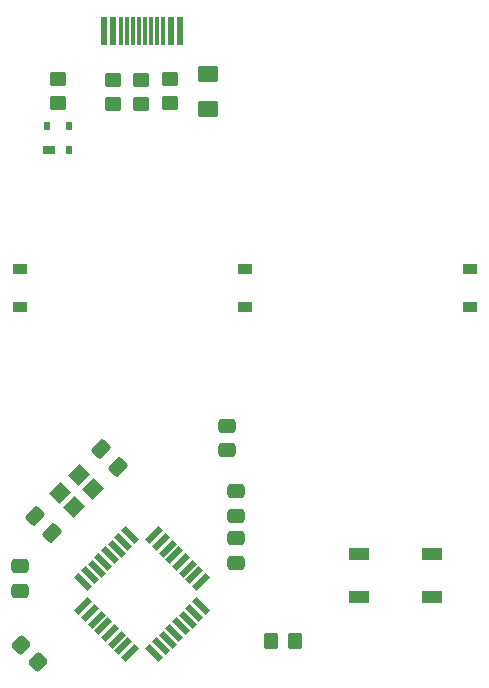
<source format=gbr>
%TF.GenerationSoftware,KiCad,Pcbnew,6.0.9*%
%TF.CreationDate,2022-12-09T21:33:21+01:00*%
%TF.ProjectId,rOxpad,724f7870-6164-42e6-9b69-6361645f7063,rev?*%
%TF.SameCoordinates,Original*%
%TF.FileFunction,Paste,Top*%
%TF.FilePolarity,Positive*%
%FSLAX46Y46*%
G04 Gerber Fmt 4.6, Leading zero omitted, Abs format (unit mm)*
G04 Created by KiCad (PCBNEW 6.0.9) date 2022-12-09 21:33:21*
%MOMM*%
%LPD*%
G01*
G04 APERTURE LIST*
G04 Aperture macros list*
%AMRoundRect*
0 Rectangle with rounded corners*
0 $1 Rounding radius*
0 $2 $3 $4 $5 $6 $7 $8 $9 X,Y pos of 4 corners*
0 Add a 4 corners polygon primitive as box body*
4,1,4,$2,$3,$4,$5,$6,$7,$8,$9,$2,$3,0*
0 Add four circle primitives for the rounded corners*
1,1,$1+$1,$2,$3*
1,1,$1+$1,$4,$5*
1,1,$1+$1,$6,$7*
1,1,$1+$1,$8,$9*
0 Add four rect primitives between the rounded corners*
20,1,$1+$1,$2,$3,$4,$5,0*
20,1,$1+$1,$4,$5,$6,$7,0*
20,1,$1+$1,$6,$7,$8,$9,0*
20,1,$1+$1,$8,$9,$2,$3,0*%
%AMRotRect*
0 Rectangle, with rotation*
0 The origin of the aperture is its center*
0 $1 length*
0 $2 width*
0 $3 Rotation angle, in degrees counterclockwise*
0 Add horizontal line*
21,1,$1,$2,0,0,$3*%
G04 Aperture macros list end*
%ADD10R,1.800000X1.100000*%
%ADD11RoundRect,0.250000X-0.450000X0.350000X-0.450000X-0.350000X0.450000X-0.350000X0.450000X0.350000X0*%
%ADD12R,1.200000X0.900000*%
%ADD13RoundRect,0.250000X0.475000X-0.337500X0.475000X0.337500X-0.475000X0.337500X-0.475000X-0.337500X0*%
%ADD14RoundRect,0.250000X-0.574524X-0.097227X-0.097227X-0.574524X0.574524X0.097227X0.097227X0.574524X0*%
%ADD15RoundRect,0.250000X0.350000X0.450000X-0.350000X0.450000X-0.350000X-0.450000X0.350000X-0.450000X0*%
%ADD16RoundRect,0.250000X0.565685X0.070711X0.070711X0.565685X-0.565685X-0.070711X-0.070711X-0.565685X0*%
%ADD17RotRect,1.400000X1.200000X225.000000*%
%ADD18R,1.000000X0.700000*%
%ADD19R,0.600000X0.700000*%
%ADD20RoundRect,0.250000X-0.475000X0.337500X-0.475000X-0.337500X0.475000X-0.337500X0.475000X0.337500X0*%
%ADD21RotRect,1.600000X0.550000X315.000000*%
%ADD22RotRect,1.600000X0.550000X45.000000*%
%ADD23RoundRect,0.250000X0.574524X0.097227X0.097227X0.574524X-0.574524X-0.097227X-0.097227X-0.574524X0*%
%ADD24RoundRect,0.250001X-0.624999X0.462499X-0.624999X-0.462499X0.624999X-0.462499X0.624999X0.462499X0*%
%ADD25R,0.600000X2.450000*%
%ADD26R,0.300000X2.450000*%
G04 APERTURE END LIST*
D10*
%TO.C,SW1*%
X131687500Y-115093750D03*
X125487500Y-111393750D03*
X131687500Y-111393750D03*
X125487500Y-115093750D03*
%TD*%
D11*
%TO.C,R6*%
X100012500Y-71231250D03*
X100012500Y-73231250D03*
%TD*%
D12*
%TO.C,D2*%
X115887500Y-90550000D03*
X115887500Y-87250000D03*
%TD*%
D13*
%TO.C,C1*%
X115093750Y-112162500D03*
X115093750Y-110087500D03*
%TD*%
D14*
%TO.C,C3*%
X98060047Y-108172707D03*
X99527293Y-109639953D03*
%TD*%
D15*
%TO.C,R3*%
X120062500Y-118800000D03*
X118062500Y-118800000D03*
%TD*%
D16*
%TO.C,R4*%
X98338357Y-120563357D03*
X96924143Y-119149143D03*
%TD*%
D11*
%TO.C,R2*%
X107080016Y-71307483D03*
X107080016Y-73307483D03*
%TD*%
D17*
%TO.C,Y1*%
X101776777Y-104721142D03*
X100221142Y-106276777D03*
X101423223Y-107478858D03*
X102978858Y-105923223D03*
%TD*%
D12*
%TO.C,D1*%
X96837500Y-90550000D03*
X96837500Y-87250000D03*
%TD*%
D11*
%TO.C,R1*%
X104698766Y-71307483D03*
X104698766Y-73307483D03*
%TD*%
D18*
%TO.C,U2*%
X99262500Y-77200000D03*
D19*
X100962500Y-77200000D03*
X100962500Y-75200000D03*
X99062500Y-75200000D03*
%TD*%
D20*
%TO.C,C7*%
X114300000Y-100562500D03*
X114300000Y-102637500D03*
%TD*%
D21*
%TO.C,U1*%
X106130945Y-109846147D03*
X105565260Y-110411833D03*
X104999574Y-110977518D03*
X104433889Y-111543203D03*
X103868203Y-112108889D03*
X103302518Y-112674574D03*
X102736833Y-113240260D03*
X102171147Y-113805945D03*
D22*
X102171147Y-115856555D03*
X102736833Y-116422240D03*
X103302518Y-116987926D03*
X103868203Y-117553611D03*
X104433889Y-118119297D03*
X104999574Y-118684982D03*
X105565260Y-119250667D03*
X106130945Y-119816353D03*
D21*
X108181555Y-119816353D03*
X108747240Y-119250667D03*
X109312926Y-118684982D03*
X109878611Y-118119297D03*
X110444297Y-117553611D03*
X111009982Y-116987926D03*
X111575667Y-116422240D03*
X112141353Y-115856555D03*
D22*
X112141353Y-113805945D03*
X111575667Y-113240260D03*
X111009982Y-112674574D03*
X110444297Y-112108889D03*
X109878611Y-111543203D03*
X109312926Y-110977518D03*
X108747240Y-110411833D03*
X108181555Y-109846147D03*
%TD*%
D13*
%TO.C,C4*%
X96837500Y-114543750D03*
X96837500Y-112468750D03*
%TD*%
D12*
%TO.C,D3*%
X134937500Y-90550000D03*
X134937500Y-87250000D03*
%TD*%
D23*
%TO.C,C2*%
X105139953Y-104027293D03*
X103672707Y-102560047D03*
%TD*%
D11*
%TO.C,R5*%
X109537500Y-71231250D03*
X109537500Y-73231250D03*
%TD*%
D24*
%TO.C,F1*%
X112712500Y-70743750D03*
X112712500Y-73718750D03*
%TD*%
D20*
%TO.C,C5*%
X115093750Y-106118750D03*
X115093750Y-108193750D03*
%TD*%
D25*
%TO.C,USB1*%
X110381250Y-67110000D03*
X109606250Y-67110000D03*
D26*
X108906250Y-67110000D03*
X108406250Y-67110000D03*
X107906250Y-67110000D03*
X107406250Y-67110000D03*
X106906250Y-67110000D03*
X106406250Y-67110000D03*
X105906250Y-67110000D03*
X105406250Y-67110000D03*
D25*
X104706250Y-67110000D03*
X103931250Y-67110000D03*
%TD*%
M02*

</source>
